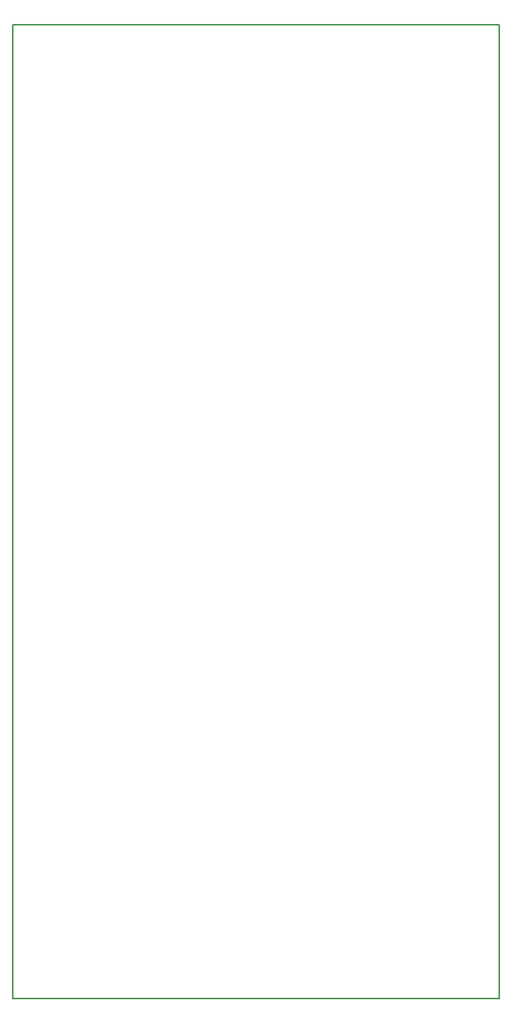
<source format=gbr>
%TF.GenerationSoftware,KiCad,Pcbnew,7.0.8*%
%TF.CreationDate,2024-05-22T14:40:07-04:00*%
%TF.ProjectId,avalanche_transmitter,6176616c-616e-4636-9865-5f7472616e73,1.0*%
%TF.SameCoordinates,Original*%
%TF.FileFunction,Profile,NP*%
%FSLAX46Y46*%
G04 Gerber Fmt 4.6, Leading zero omitted, Abs format (unit mm)*
G04 Created by KiCad (PCBNEW 7.0.8) date 2024-05-22 14:40:07*
%MOMM*%
%LPD*%
G01*
G04 APERTURE LIST*
%TA.AperFunction,Profile*%
%ADD10C,0.200000*%
%TD*%
G04 APERTURE END LIST*
D10*
X32250000Y-15000000D02*
X87250000Y-15000000D01*
X87250000Y-125000000D01*
X32250000Y-125000000D01*
X32250000Y-15000000D01*
M02*

</source>
